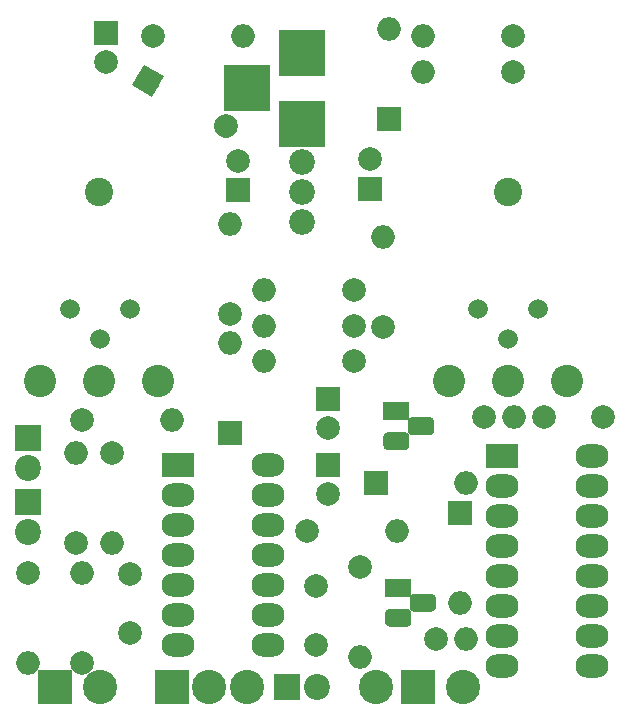
<source format=gbr>
G04 #@! TF.GenerationSoftware,KiCad,Pcbnew,(5.0.0-3-g5ebb6b6)*
G04 #@! TF.CreationDate,2018-09-09T10:20:45+01:00*
G04 #@! TF.ProjectId,EngineersThumb,456E67696E656572735468756D622E6B,rev?*
G04 #@! TF.SameCoordinates,Original*
G04 #@! TF.FileFunction,Soldermask,Bot*
G04 #@! TF.FilePolarity,Negative*
%FSLAX46Y46*%
G04 Gerber Fmt 4.6, Leading zero omitted, Abs format (unit mm)*
G04 Created by KiCad (PCBNEW (5.0.0-3-g5ebb6b6)) date Sunday, 09 September 2018 at 10:20:45*
%MOMM*%
%LPD*%
G01*
G04 APERTURE LIST*
%ADD10C,0.100000*%
%ADD11C,1.500000*%
%ADD12R,2.200000X1.500000*%
%ADD13C,2.178000*%
%ADD14O,2.000000X2.000000*%
%ADD15R,2.000000X2.000000*%
%ADD16C,2.000000*%
%ADD17R,3.900120X3.900120*%
%ADD18C,2.000000*%
%ADD19C,2.740000*%
%ADD20C,2.400000*%
%ADD21R,2.800000X2.000000*%
%ADD22O,2.800000X2.000000*%
%ADD23C,1.660000*%
%ADD24C,2.200000*%
%ADD25R,2.200000X2.200000*%
%ADD26R,2.900000X2.900000*%
%ADD27C,2.900000*%
%ADD28R,2.899360X2.899360*%
%ADD29C,2.899360*%
G04 APERTURE END LIST*
D10*
G04 #@! TO.C,Q1*
G36*
X154931756Y-76751806D02*
X154968159Y-76757206D01*
X155003857Y-76766147D01*
X155038506Y-76778545D01*
X155071774Y-76794280D01*
X155103339Y-76813199D01*
X155132897Y-76835121D01*
X155160165Y-76859835D01*
X155184879Y-76887103D01*
X155206801Y-76916661D01*
X155225720Y-76948226D01*
X155241455Y-76981494D01*
X155253853Y-77016143D01*
X155262794Y-77051841D01*
X155268194Y-77088244D01*
X155270000Y-77125000D01*
X155270000Y-77875000D01*
X155268194Y-77911756D01*
X155262794Y-77948159D01*
X155253853Y-77983857D01*
X155241455Y-78018506D01*
X155225720Y-78051774D01*
X155206801Y-78083339D01*
X155184879Y-78112897D01*
X155160165Y-78140165D01*
X155132897Y-78164879D01*
X155103339Y-78186801D01*
X155071774Y-78205720D01*
X155038506Y-78221455D01*
X155003857Y-78233853D01*
X154968159Y-78242794D01*
X154931756Y-78248194D01*
X154895000Y-78250000D01*
X153445000Y-78250000D01*
X153408244Y-78248194D01*
X153371841Y-78242794D01*
X153336143Y-78233853D01*
X153301494Y-78221455D01*
X153268226Y-78205720D01*
X153236661Y-78186801D01*
X153207103Y-78164879D01*
X153179835Y-78140165D01*
X153155121Y-78112897D01*
X153133199Y-78083339D01*
X153114280Y-78051774D01*
X153098545Y-78018506D01*
X153086147Y-77983857D01*
X153077206Y-77948159D01*
X153071806Y-77911756D01*
X153070000Y-77875000D01*
X153070000Y-77125000D01*
X153071806Y-77088244D01*
X153077206Y-77051841D01*
X153086147Y-77016143D01*
X153098545Y-76981494D01*
X153114280Y-76948226D01*
X153133199Y-76916661D01*
X153155121Y-76887103D01*
X153179835Y-76859835D01*
X153207103Y-76835121D01*
X153236661Y-76813199D01*
X153268226Y-76794280D01*
X153301494Y-76778545D01*
X153336143Y-76766147D01*
X153371841Y-76757206D01*
X153408244Y-76751806D01*
X153445000Y-76750000D01*
X154895000Y-76750000D01*
X154931756Y-76751806D01*
X154931756Y-76751806D01*
G37*
D11*
X154170000Y-77500000D03*
D10*
G36*
X152861756Y-78021806D02*
X152898159Y-78027206D01*
X152933857Y-78036147D01*
X152968506Y-78048545D01*
X153001774Y-78064280D01*
X153033339Y-78083199D01*
X153062897Y-78105121D01*
X153090165Y-78129835D01*
X153114879Y-78157103D01*
X153136801Y-78186661D01*
X153155720Y-78218226D01*
X153171455Y-78251494D01*
X153183853Y-78286143D01*
X153192794Y-78321841D01*
X153198194Y-78358244D01*
X153200000Y-78395000D01*
X153200000Y-79145000D01*
X153198194Y-79181756D01*
X153192794Y-79218159D01*
X153183853Y-79253857D01*
X153171455Y-79288506D01*
X153155720Y-79321774D01*
X153136801Y-79353339D01*
X153114879Y-79382897D01*
X153090165Y-79410165D01*
X153062897Y-79434879D01*
X153033339Y-79456801D01*
X153001774Y-79475720D01*
X152968506Y-79491455D01*
X152933857Y-79503853D01*
X152898159Y-79512794D01*
X152861756Y-79518194D01*
X152825000Y-79520000D01*
X151375000Y-79520000D01*
X151338244Y-79518194D01*
X151301841Y-79512794D01*
X151266143Y-79503853D01*
X151231494Y-79491455D01*
X151198226Y-79475720D01*
X151166661Y-79456801D01*
X151137103Y-79434879D01*
X151109835Y-79410165D01*
X151085121Y-79382897D01*
X151063199Y-79353339D01*
X151044280Y-79321774D01*
X151028545Y-79288506D01*
X151016147Y-79253857D01*
X151007206Y-79218159D01*
X151001806Y-79181756D01*
X151000000Y-79145000D01*
X151000000Y-78395000D01*
X151001806Y-78358244D01*
X151007206Y-78321841D01*
X151016147Y-78286143D01*
X151028545Y-78251494D01*
X151044280Y-78218226D01*
X151063199Y-78186661D01*
X151085121Y-78157103D01*
X151109835Y-78129835D01*
X151137103Y-78105121D01*
X151166661Y-78083199D01*
X151198226Y-78064280D01*
X151231494Y-78048545D01*
X151266143Y-78036147D01*
X151301841Y-78027206D01*
X151338244Y-78021806D01*
X151375000Y-78020000D01*
X152825000Y-78020000D01*
X152861756Y-78021806D01*
X152861756Y-78021806D01*
G37*
D11*
X152100000Y-78770000D03*
D12*
X152100000Y-76230000D03*
G04 #@! TD*
D13*
G04 #@! TO.C,SW1*
X144145000Y-55120000D03*
X144145000Y-57660000D03*
X144145000Y-60200000D03*
G04 #@! TD*
D14*
G04 #@! TO.C,D6*
X158000000Y-82296000D03*
D15*
X150380000Y-82296000D03*
G04 #@! TD*
D16*
G04 #@! TO.C,R3*
X125476000Y-97536000D03*
D14*
X125476000Y-89916000D03*
G04 #@! TD*
D17*
G04 #@! TO.C,J1*
X144145000Y-51920140D03*
X144145000Y-45920660D03*
X139446000Y-48920400D03*
G04 #@! TD*
D16*
G04 #@! TO.C,R2*
X120904000Y-89916000D03*
D14*
X120904000Y-97536000D03*
G04 #@! TD*
D16*
G04 #@! TO.C,R5*
X148500000Y-66000000D03*
D14*
X140880000Y-66000000D03*
G04 #@! TD*
D16*
G04 #@! TO.C,D1*
X131064000Y-48260000D03*
D10*
G36*
X129697975Y-48626025D02*
X130697975Y-46893975D01*
X132430025Y-47893975D01*
X131430025Y-49626025D01*
X129697975Y-48626025D01*
X129697975Y-48626025D01*
G37*
D16*
X137663114Y-52070000D03*
D18*
X137663114Y-52070000D02*
X137663114Y-52070000D01*
G04 #@! TD*
D19*
G04 #@! TO.C,RV1*
X166544000Y-73660000D03*
X161544000Y-73660000D03*
X156544000Y-73660000D03*
D20*
X161544000Y-57660000D03*
G04 #@! TD*
D16*
G04 #@! TO.C,C3*
X129540000Y-94996000D03*
X129540000Y-89996000D03*
G04 #@! TD*
G04 #@! TO.C,C4*
X145288000Y-96012000D03*
X145288000Y-91012000D03*
G04 #@! TD*
D21*
G04 #@! TO.C,U2*
X161000000Y-80000000D03*
D22*
X168620000Y-97780000D03*
X161000000Y-82540000D03*
X168620000Y-95240000D03*
X161000000Y-85080000D03*
X168620000Y-92700000D03*
X161000000Y-87620000D03*
X168620000Y-90160000D03*
X161000000Y-90160000D03*
X168620000Y-87620000D03*
X161000000Y-92700000D03*
X168620000Y-85080000D03*
X161000000Y-95240000D03*
X168620000Y-82540000D03*
X161000000Y-97780000D03*
X168620000Y-80000000D03*
G04 #@! TD*
D16*
G04 #@! TO.C,C6*
X164592000Y-76708000D03*
X169592000Y-76708000D03*
G04 #@! TD*
D15*
G04 #@! TO.C,D4*
X138000000Y-78120000D03*
D14*
X138000000Y-70500000D03*
G04 #@! TD*
G04 #@! TO.C,D5*
X151500000Y-43880000D03*
D15*
X151500000Y-51500000D03*
G04 #@! TD*
G04 #@! TO.C,D7*
X157480000Y-84836000D03*
D14*
X157480000Y-92456000D03*
G04 #@! TD*
G04 #@! TO.C,R1*
X139120000Y-44500000D03*
D16*
X131500000Y-44500000D03*
G04 #@! TD*
D14*
G04 #@! TO.C,R7*
X133096000Y-77000000D03*
D16*
X125476000Y-77000000D03*
G04 #@! TD*
G04 #@! TO.C,R8*
X162000000Y-44500000D03*
D14*
X154380000Y-44500000D03*
G04 #@! TD*
D16*
G04 #@! TO.C,R9*
X162000000Y-47500000D03*
D14*
X154380000Y-47500000D03*
G04 #@! TD*
G04 #@! TO.C,R10*
X138000000Y-60380000D03*
D16*
X138000000Y-68000000D03*
G04 #@! TD*
D14*
G04 #@! TO.C,R11*
X151000000Y-61468000D03*
D16*
X151000000Y-69088000D03*
G04 #@! TD*
G04 #@! TO.C,R14*
X148500000Y-72000000D03*
D14*
X140880000Y-72000000D03*
G04 #@! TD*
G04 #@! TO.C,R15*
X140880000Y-69000000D03*
D16*
X148500000Y-69000000D03*
G04 #@! TD*
G04 #@! TO.C,R17*
X149000000Y-89408000D03*
D14*
X149000000Y-97028000D03*
G04 #@! TD*
D19*
G04 #@! TO.C,RV4*
X131920000Y-73660000D03*
X126920000Y-73660000D03*
X121920000Y-73660000D03*
D20*
X126920000Y-57660000D03*
G04 #@! TD*
D12*
G04 #@! TO.C,Q2*
X152254000Y-91186000D03*
D10*
G36*
X153015756Y-92977806D02*
X153052159Y-92983206D01*
X153087857Y-92992147D01*
X153122506Y-93004545D01*
X153155774Y-93020280D01*
X153187339Y-93039199D01*
X153216897Y-93061121D01*
X153244165Y-93085835D01*
X153268879Y-93113103D01*
X153290801Y-93142661D01*
X153309720Y-93174226D01*
X153325455Y-93207494D01*
X153337853Y-93242143D01*
X153346794Y-93277841D01*
X153352194Y-93314244D01*
X153354000Y-93351000D01*
X153354000Y-94101000D01*
X153352194Y-94137756D01*
X153346794Y-94174159D01*
X153337853Y-94209857D01*
X153325455Y-94244506D01*
X153309720Y-94277774D01*
X153290801Y-94309339D01*
X153268879Y-94338897D01*
X153244165Y-94366165D01*
X153216897Y-94390879D01*
X153187339Y-94412801D01*
X153155774Y-94431720D01*
X153122506Y-94447455D01*
X153087857Y-94459853D01*
X153052159Y-94468794D01*
X153015756Y-94474194D01*
X152979000Y-94476000D01*
X151529000Y-94476000D01*
X151492244Y-94474194D01*
X151455841Y-94468794D01*
X151420143Y-94459853D01*
X151385494Y-94447455D01*
X151352226Y-94431720D01*
X151320661Y-94412801D01*
X151291103Y-94390879D01*
X151263835Y-94366165D01*
X151239121Y-94338897D01*
X151217199Y-94309339D01*
X151198280Y-94277774D01*
X151182545Y-94244506D01*
X151170147Y-94209857D01*
X151161206Y-94174159D01*
X151155806Y-94137756D01*
X151154000Y-94101000D01*
X151154000Y-93351000D01*
X151155806Y-93314244D01*
X151161206Y-93277841D01*
X151170147Y-93242143D01*
X151182545Y-93207494D01*
X151198280Y-93174226D01*
X151217199Y-93142661D01*
X151239121Y-93113103D01*
X151263835Y-93085835D01*
X151291103Y-93061121D01*
X151320661Y-93039199D01*
X151352226Y-93020280D01*
X151385494Y-93004545D01*
X151420143Y-92992147D01*
X151455841Y-92983206D01*
X151492244Y-92977806D01*
X151529000Y-92976000D01*
X152979000Y-92976000D01*
X153015756Y-92977806D01*
X153015756Y-92977806D01*
G37*
D11*
X152254000Y-93726000D03*
D10*
G36*
X155085756Y-91707806D02*
X155122159Y-91713206D01*
X155157857Y-91722147D01*
X155192506Y-91734545D01*
X155225774Y-91750280D01*
X155257339Y-91769199D01*
X155286897Y-91791121D01*
X155314165Y-91815835D01*
X155338879Y-91843103D01*
X155360801Y-91872661D01*
X155379720Y-91904226D01*
X155395455Y-91937494D01*
X155407853Y-91972143D01*
X155416794Y-92007841D01*
X155422194Y-92044244D01*
X155424000Y-92081000D01*
X155424000Y-92831000D01*
X155422194Y-92867756D01*
X155416794Y-92904159D01*
X155407853Y-92939857D01*
X155395455Y-92974506D01*
X155379720Y-93007774D01*
X155360801Y-93039339D01*
X155338879Y-93068897D01*
X155314165Y-93096165D01*
X155286897Y-93120879D01*
X155257339Y-93142801D01*
X155225774Y-93161720D01*
X155192506Y-93177455D01*
X155157857Y-93189853D01*
X155122159Y-93198794D01*
X155085756Y-93204194D01*
X155049000Y-93206000D01*
X153599000Y-93206000D01*
X153562244Y-93204194D01*
X153525841Y-93198794D01*
X153490143Y-93189853D01*
X153455494Y-93177455D01*
X153422226Y-93161720D01*
X153390661Y-93142801D01*
X153361103Y-93120879D01*
X153333835Y-93096165D01*
X153309121Y-93068897D01*
X153287199Y-93039339D01*
X153268280Y-93007774D01*
X153252545Y-92974506D01*
X153240147Y-92939857D01*
X153231206Y-92904159D01*
X153225806Y-92867756D01*
X153224000Y-92831000D01*
X153224000Y-92081000D01*
X153225806Y-92044244D01*
X153231206Y-92007841D01*
X153240147Y-91972143D01*
X153252545Y-91937494D01*
X153268280Y-91904226D01*
X153287199Y-91872661D01*
X153309121Y-91843103D01*
X153333835Y-91815835D01*
X153361103Y-91791121D01*
X153390661Y-91769199D01*
X153422226Y-91750280D01*
X153455494Y-91734545D01*
X153490143Y-91722147D01*
X153525841Y-91713206D01*
X153562244Y-91707806D01*
X153599000Y-91706000D01*
X155049000Y-91706000D01*
X155085756Y-91707806D01*
X155085756Y-91707806D01*
G37*
D11*
X154324000Y-92456000D03*
G04 #@! TD*
D23*
G04 #@! TO.C,RV2*
X124460000Y-67564000D03*
X127000000Y-70104000D03*
X129540000Y-67564000D03*
G04 #@! TD*
G04 #@! TO.C,RV3*
X164084000Y-67564000D03*
X161544000Y-70104000D03*
X159004000Y-67564000D03*
G04 #@! TD*
D21*
G04 #@! TO.C,U1*
X133604000Y-80760000D03*
D22*
X141224000Y-96000000D03*
X133604000Y-83300000D03*
X141224000Y-93460000D03*
X133604000Y-85840000D03*
X141224000Y-90920000D03*
X133604000Y-88380000D03*
X141224000Y-88380000D03*
X133604000Y-90920000D03*
X141224000Y-85840000D03*
X133604000Y-93460000D03*
X141224000Y-83300000D03*
X133604000Y-96000000D03*
X141224000Y-80760000D03*
G04 #@! TD*
D15*
G04 #@! TO.C,C1*
X127500000Y-44196000D03*
D16*
X127500000Y-46696000D03*
G04 #@! TD*
G04 #@! TO.C,C2*
X149860000Y-54904000D03*
D15*
X149860000Y-57404000D03*
G04 #@! TD*
G04 #@! TO.C,C5*
X138684000Y-57531000D03*
D16*
X138684000Y-55031000D03*
G04 #@! TD*
G04 #@! TO.C,C7*
X146304000Y-83272000D03*
D15*
X146304000Y-80772000D03*
G04 #@! TD*
D16*
G04 #@! TO.C,C8*
X146304000Y-77684000D03*
D15*
X146304000Y-75184000D03*
G04 #@! TD*
D24*
G04 #@! TO.C,D2*
X120904000Y-86500000D03*
D25*
X120904000Y-83960000D03*
G04 #@! TD*
G04 #@! TO.C,D3*
X120904000Y-78500000D03*
D24*
X120904000Y-81040000D03*
G04 #@! TD*
D25*
G04 #@! TO.C,D8*
X142875000Y-99568000D03*
D24*
X145415000Y-99568000D03*
G04 #@! TD*
D16*
G04 #@! TO.C,R16*
X159512000Y-76708000D03*
D14*
X162052000Y-76708000D03*
G04 #@! TD*
D16*
G04 #@! TO.C,R12*
X155448000Y-95504000D03*
D14*
X157988000Y-95504000D03*
G04 #@! TD*
D16*
G04 #@! TO.C,R6*
X124968000Y-87376000D03*
D14*
X124968000Y-79756000D03*
G04 #@! TD*
D16*
G04 #@! TO.C,R4*
X128016000Y-79756000D03*
D14*
X128016000Y-87376000D03*
G04 #@! TD*
D16*
G04 #@! TO.C,R13*
X144500000Y-86360000D03*
D14*
X152120000Y-86360000D03*
G04 #@! TD*
D26*
G04 #@! TO.C,BT1*
X123190000Y-99568000D03*
D27*
X127000000Y-99568000D03*
G04 #@! TD*
D28*
G04 #@! TO.C,J2*
X133096000Y-99568000D03*
D29*
X136271000Y-99568000D03*
X139446000Y-99568000D03*
G04 #@! TD*
D27*
G04 #@! TO.C,J3*
X150368000Y-99568000D03*
G04 #@! TD*
D26*
G04 #@! TO.C,J4*
X153924000Y-99568000D03*
D27*
X157734000Y-99568000D03*
G04 #@! TD*
M02*

</source>
